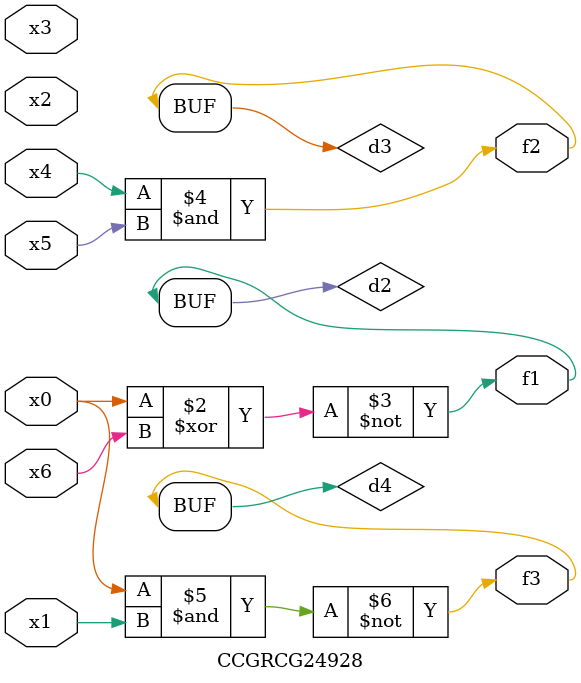
<source format=v>
module CCGRCG24928(
	input x0, x1, x2, x3, x4, x5, x6,
	output f1, f2, f3
);

	wire d1, d2, d3, d4;

	nor (d1, x0);
	xnor (d2, x0, x6);
	and (d3, x4, x5);
	nand (d4, x0, x1);
	assign f1 = d2;
	assign f2 = d3;
	assign f3 = d4;
endmodule

</source>
